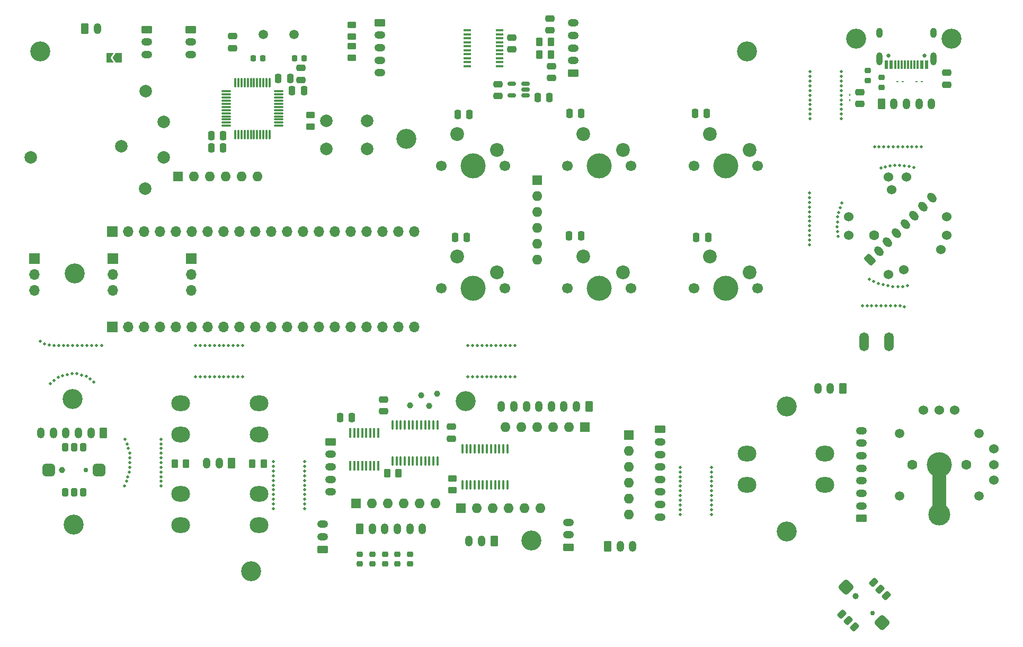
<source format=gts>
%TF.GenerationSoftware,KiCad,Pcbnew,(6.0.9)*%
%TF.CreationDate,2022-11-10T21:34:59+01:00*%
%TF.ProjectId,libre-MIG-rounded,6c696272-652d-44d4-9947-2d726f756e64,v0.1*%
%TF.SameCoordinates,Original*%
%TF.FileFunction,Soldermask,Top*%
%TF.FilePolarity,Negative*%
%FSLAX46Y46*%
G04 Gerber Fmt 4.6, Leading zero omitted, Abs format (unit mm)*
G04 Created by KiCad (PCBNEW (6.0.9)) date 2022-11-10 21:34:59*
%MOMM*%
%LPD*%
G01*
G04 APERTURE LIST*
G04 Aperture macros list*
%AMRoundRect*
0 Rectangle with rounded corners*
0 $1 Rounding radius*
0 $2 $3 $4 $5 $6 $7 $8 $9 X,Y pos of 4 corners*
0 Add a 4 corners polygon primitive as box body*
4,1,4,$2,$3,$4,$5,$6,$7,$8,$9,$2,$3,0*
0 Add four circle primitives for the rounded corners*
1,1,$1+$1,$2,$3*
1,1,$1+$1,$4,$5*
1,1,$1+$1,$6,$7*
1,1,$1+$1,$8,$9*
0 Add four rect primitives between the rounded corners*
20,1,$1+$1,$2,$3,$4,$5,0*
20,1,$1+$1,$4,$5,$6,$7,0*
20,1,$1+$1,$6,$7,$8,$9,0*
20,1,$1+$1,$8,$9,$2,$3,0*%
%AMHorizOval*
0 Thick line with rounded ends*
0 $1 width*
0 $2 $3 position (X,Y) of the first rounded end (center of the circle)*
0 $4 $5 position (X,Y) of the second rounded end (center of the circle)*
0 Add line between two ends*
20,1,$1,$2,$3,$4,$5,0*
0 Add two circle primitives to create the rounded ends*
1,1,$1,$2,$3*
1,1,$1,$4,$5*%
%AMFreePoly0*
4,1,6,1.000000,0.000000,0.500000,-0.750000,-0.500000,-0.750000,-0.500000,0.750000,0.500000,0.750000,1.000000,0.000000,1.000000,0.000000,$1*%
%AMFreePoly1*
4,1,6,0.500000,-0.750000,-0.650000,-0.750000,-0.150000,0.000000,-0.650000,0.750000,0.500000,0.750000,0.500000,-0.750000,0.500000,-0.750000,$1*%
G04 Aperture macros list end*
%ADD10RoundRect,0.250000X-0.262500X-0.450000X0.262500X-0.450000X0.262500X0.450000X-0.262500X0.450000X0*%
%ADD11C,3.200000*%
%ADD12C,0.500000*%
%ADD13RoundRect,0.250000X0.475000X-0.250000X0.475000X0.250000X-0.475000X0.250000X-0.475000X-0.250000X0*%
%ADD14RoundRect,0.250000X-0.475000X0.250000X-0.475000X-0.250000X0.475000X-0.250000X0.475000X0.250000X0*%
%ADD15O,3.000000X2.500000*%
%ADD16RoundRect,0.250000X-0.250000X-0.475000X0.250000X-0.475000X0.250000X0.475000X-0.250000X0.475000X0*%
%ADD17RoundRect,0.250000X-0.450000X0.262500X-0.450000X-0.262500X0.450000X-0.262500X0.450000X0.262500X0*%
%ADD18RoundRect,0.250000X0.625000X-0.350000X0.625000X0.350000X-0.625000X0.350000X-0.625000X-0.350000X0*%
%ADD19O,1.750000X1.200000*%
%ADD20C,1.000000*%
%ADD21RoundRect,0.150000X0.512500X0.150000X-0.512500X0.150000X-0.512500X-0.150000X0.512500X-0.150000X0*%
%ADD22RoundRect,0.250000X0.450000X-0.262500X0.450000X0.262500X-0.450000X0.262500X-0.450000X-0.262500X0*%
%ADD23C,0.650000*%
%ADD24R,0.600000X1.450000*%
%ADD25R,0.300000X1.450000*%
%ADD26O,1.000000X1.600000*%
%ADD27O,1.000000X2.100000*%
%ADD28RoundRect,0.250000X-0.625000X0.350000X-0.625000X-0.350000X0.625000X-0.350000X0.625000X0.350000X0*%
%ADD29R,0.360000X0.250000*%
%ADD30RoundRect,0.250000X0.262500X0.450000X-0.262500X0.450000X-0.262500X-0.450000X0.262500X-0.450000X0*%
%ADD31O,1.500000X3.000000*%
%ADD32R,1.600000X1.600000*%
%ADD33O,1.600000X1.600000*%
%ADD34RoundRect,0.225000X-0.250000X0.225000X-0.250000X-0.225000X0.250000X-0.225000X0.250000X0.225000X0*%
%ADD35RoundRect,0.250000X0.250000X0.475000X-0.250000X0.475000X-0.250000X-0.475000X0.250000X-0.475000X0*%
%ADD36C,2.000000*%
%ADD37R,0.410000X1.600000*%
%ADD38RoundRect,0.225000X-0.225000X-0.250000X0.225000X-0.250000X0.225000X0.250000X-0.225000X0.250000X0*%
%ADD39R,1.700000X1.700000*%
%ADD40O,1.700000X1.700000*%
%ADD41RoundRect,0.250000X-0.350000X-0.625000X0.350000X-0.625000X0.350000X0.625000X-0.350000X0.625000X0*%
%ADD42O,1.200000X1.750000*%
%ADD43R,1.200000X0.400000*%
%ADD44R,0.250000X0.360000*%
%ADD45C,1.500000*%
%ADD46RoundRect,0.500000X-0.500000X0.500000X-0.500000X-0.500000X0.500000X-0.500000X0.500000X0.500000X0*%
%ADD47C,0.750000*%
%ADD48RoundRect,0.250000X-0.250000X0.425000X-0.250000X-0.425000X0.250000X-0.425000X0.250000X0.425000X0*%
%ADD49RoundRect,0.100000X0.100000X-0.637500X0.100000X0.637500X-0.100000X0.637500X-0.100000X-0.637500X0*%
%ADD50RoundRect,0.075000X-0.075000X0.662500X-0.075000X-0.662500X0.075000X-0.662500X0.075000X0.662500X0*%
%ADD51RoundRect,0.075000X-0.662500X0.075000X-0.662500X-0.075000X0.662500X-0.075000X0.662500X0.075000X0*%
%ADD52FreePoly0,180.000000*%
%ADD53FreePoly1,180.000000*%
%ADD54RoundRect,0.500000X0.000000X0.707107X-0.707107X0.000000X0.000000X-0.707107X0.707107X0.000000X0*%
%ADD55RoundRect,0.250000X0.123744X0.477297X-0.477297X-0.123744X-0.123744X-0.477297X0.477297X0.123744X0*%
%ADD56C,1.600000*%
%ADD57C,4.000000*%
%ADD58C,3.500000*%
%ADD59R,2.200000X8.000000*%
%ADD60C,1.524000*%
%ADD61RoundRect,0.250000X0.350000X0.625000X-0.350000X0.625000X-0.350000X-0.625000X0.350000X-0.625000X0*%
%ADD62RoundRect,0.225000X0.225000X0.250000X-0.225000X0.250000X-0.225000X-0.250000X0.225000X-0.250000X0*%
%ADD63C,1.700000*%
%ADD64C,2.200000*%
%ADD65RoundRect,0.250000X0.194454X-0.689429X0.689429X-0.194454X-0.194454X0.689429X-0.689429X0.194454X0*%
%ADD66HorizOval,1.200000X-0.194454X0.194454X0.194454X-0.194454X0*%
G04 APERTURE END LIST*
D10*
%TO.C,R1*%
X203811500Y-109486000D03*
X205636500Y-109486000D03*
%TD*%
D11*
%TO.C,REF\u002A\u002A*%
X182500000Y-125000000D03*
%TD*%
D12*
%TO.C,*%
X143300000Y-178950000D03*
%TD*%
%TO.C,*%
X138200000Y-178200000D03*
%TD*%
D13*
%TO.C,C9*%
X165700000Y-115550000D03*
X165700000Y-113650000D03*
%TD*%
D14*
%TO.C,C2*%
X205740000Y-113362000D03*
X205740000Y-115262000D03*
%TD*%
D13*
%TO.C,C13*%
X197170000Y-118122000D03*
X197170000Y-116222000D03*
%TD*%
D10*
%TO.C,R8*%
X179433500Y-178412000D03*
X181258500Y-178412000D03*
%TD*%
D12*
%TO.C,*%
X143300000Y-175950000D03*
%TD*%
D15*
%TO.C,SW2*%
X146450001Y-172185787D03*
X158950001Y-172185787D03*
X146450001Y-167185787D03*
X158950001Y-167185787D03*
%TD*%
D12*
%TO.C,*%
X246975000Y-135125000D03*
%TD*%
%TO.C,*%
X262850000Y-129375000D03*
%TD*%
D16*
%TO.C,C23*%
X208534000Y-140474000D03*
X210434000Y-140474000D03*
%TD*%
%TO.C,C20*%
X208600000Y-120916000D03*
X210500000Y-120916000D03*
%TD*%
D12*
%TO.C,*%
X251625000Y-136700000D03*
%TD*%
D17*
%TO.C,R7*%
X189900000Y-179236500D03*
X189900000Y-181061500D03*
%TD*%
D11*
%TO.C,REF\u002A\u002A*%
X192043000Y-166900000D03*
%TD*%
D18*
%TO.C,J10*%
X208450000Y-190249000D03*
D19*
X208450000Y-188249000D03*
X208450000Y-186249000D03*
%TD*%
D11*
%TO.C,REF\u002A\u002A*%
X129500000Y-146500000D03*
%TD*%
%TO.C,REF\u002A\u002A*%
X269678000Y-108966000D03*
%TD*%
D12*
%TO.C,*%
X256500000Y-147425000D03*
%TD*%
%TO.C,*%
X125600000Y-164100000D03*
%TD*%
%TO.C,*%
X246975000Y-135875000D03*
%TD*%
%TO.C,*%
X131350000Y-162900000D03*
%TD*%
D16*
%TO.C,C7*%
X162049000Y-115292000D03*
X163949000Y-115292000D03*
%TD*%
D20*
%TO.C,TP5*%
X184900000Y-165949000D03*
%TD*%
D12*
%TO.C,*%
X246975000Y-138875000D03*
%TD*%
%TO.C,*%
X259900000Y-151675000D03*
%TD*%
%TO.C,*%
X246975000Y-139625000D03*
%TD*%
D21*
%TO.C,U5*%
X201609500Y-118056000D03*
X201609500Y-117106000D03*
X201609500Y-116156000D03*
X199334500Y-116156000D03*
X199334500Y-118056000D03*
%TD*%
D22*
%TO.C,R5*%
X173800000Y-108612500D03*
X173800000Y-106787500D03*
%TD*%
D12*
%TO.C,*%
X130700000Y-158000000D03*
%TD*%
%TO.C,*%
X261825000Y-126225000D03*
%TD*%
D23*
%TO.C,P1*%
X265333000Y-111650000D03*
X259553000Y-111650000D03*
D24*
X265693000Y-113095000D03*
X264893000Y-113095000D03*
D25*
X263693000Y-113095000D03*
X262693000Y-113095000D03*
X262193000Y-113095000D03*
X261193000Y-113095000D03*
D24*
X259993000Y-113095000D03*
X259193000Y-113095000D03*
X259193000Y-113095000D03*
X259993000Y-113095000D03*
D25*
X260693000Y-113095000D03*
X261693000Y-113095000D03*
X263193000Y-113095000D03*
X264193000Y-113095000D03*
D24*
X264893000Y-113095000D03*
X265693000Y-113095000D03*
D26*
X258123000Y-108000000D03*
D27*
X266763000Y-112180000D03*
X258123000Y-112180000D03*
D26*
X266763000Y-108000000D03*
%TD*%
D12*
%TO.C,*%
X251400000Y-138225000D03*
%TD*%
D13*
%TO.C,C8*%
X154713000Y-110450000D03*
X154713000Y-108550000D03*
%TD*%
D14*
%TO.C,C15*%
X178902000Y-166613000D03*
X178902000Y-168513000D03*
%TD*%
D28*
%TO.C,J3*%
X141050000Y-107500000D03*
D19*
X141050000Y-109500000D03*
X141050000Y-111500000D03*
%TD*%
D29*
%TO.C,D1*%
X261863000Y-115850000D03*
X261023000Y-115850000D03*
%TD*%
D12*
%TO.C,*%
X258825000Y-126225000D03*
%TD*%
%TO.C,*%
X251425000Y-139775000D03*
%TD*%
%TO.C,*%
X132000000Y-163300000D03*
%TD*%
%TO.C,*%
X132600000Y-163800000D03*
%TD*%
D16*
%TO.C,C12*%
X203520000Y-118376000D03*
X205420000Y-118376000D03*
%TD*%
D11*
%TO.C,REF\u002A\u002A*%
X243303300Y-167700000D03*
%TD*%
D12*
%TO.C,*%
X143300000Y-173700000D03*
%TD*%
%TO.C,*%
X262150000Y-151800000D03*
%TD*%
D30*
%TO.C,R2*%
X205636500Y-111518000D03*
X203811500Y-111518000D03*
%TD*%
D22*
%TO.C,R9*%
X167199000Y-123004500D03*
X167199000Y-121179500D03*
%TD*%
D12*
%TO.C,*%
X246975000Y-141875000D03*
%TD*%
%TO.C,*%
X129200000Y-158000000D03*
%TD*%
%TO.C,*%
X143300000Y-178200000D03*
%TD*%
%TO.C,*%
X258350000Y-129625000D03*
%TD*%
%TO.C,*%
X259825000Y-129275000D03*
%TD*%
%TO.C,*%
X251375000Y-139000000D03*
%TD*%
%TO.C,*%
X133800000Y-158000000D03*
%TD*%
D11*
%TO.C,REF\u002A\u002A*%
X129212779Y-166500000D03*
%TD*%
D12*
%TO.C,*%
X264075000Y-126225000D03*
%TD*%
D31*
%TO.C,SW16*%
X255634000Y-157415870D03*
X259634000Y-157415870D03*
%TD*%
D12*
%TO.C,*%
X260325000Y-126225000D03*
%TD*%
%TO.C,*%
X262575000Y-126225000D03*
%TD*%
%TO.C,*%
X260275000Y-148550000D03*
%TD*%
%TO.C,*%
X138000000Y-178950000D03*
%TD*%
%TO.C,*%
X264825000Y-126225000D03*
%TD*%
D32*
%TO.C,RN6*%
X191268000Y-183977000D03*
D33*
X193808000Y-183977000D03*
X196348000Y-183977000D03*
X198888000Y-183977000D03*
X201428000Y-183977000D03*
X203968000Y-183977000D03*
%TD*%
D12*
%TO.C,*%
X143300000Y-176700000D03*
%TD*%
D34*
%TO.C,FB2*%
X258443000Y-115176000D03*
X258443000Y-116726000D03*
%TD*%
D12*
%TO.C,*%
X143300000Y-175200000D03*
%TD*%
%TO.C,*%
X127700000Y-158000000D03*
%TD*%
D11*
%TO.C,REF\u002A\u002A*%
X157743001Y-194036787D03*
%TD*%
D32*
%TO.C,RN3*%
X211080000Y-171023000D03*
D33*
X208540000Y-171023000D03*
X206000000Y-171023000D03*
X203460000Y-171023000D03*
X200920000Y-171023000D03*
X198380000Y-171023000D03*
%TD*%
D22*
%TO.C,R6*%
X173800000Y-112012500D03*
X173800000Y-110187500D03*
%TD*%
D12*
%TO.C,*%
X143300000Y-180450000D03*
%TD*%
D34*
%TO.C,C39*%
X179093000Y-191350000D03*
X179093000Y-192900000D03*
%TD*%
D12*
%TO.C,*%
X259575000Y-126225000D03*
%TD*%
D34*
%TO.C,C40*%
X181118000Y-191300000D03*
X181118000Y-192850000D03*
%TD*%
D12*
%TO.C,mouse-bite-5mm-slot*%
X247000000Y-118000000D03*
X247000000Y-119500000D03*
X252000000Y-115000000D03*
X252000000Y-117250000D03*
X252000000Y-114250000D03*
X247000000Y-121000000D03*
X247000000Y-117250000D03*
X247000000Y-114250000D03*
X252000000Y-121750000D03*
X247000000Y-115000000D03*
X247000000Y-116500000D03*
X252000000Y-115750000D03*
X247000000Y-121000000D03*
X247000000Y-120250000D03*
X247000000Y-118750000D03*
X247000000Y-115750000D03*
X252000000Y-120250000D03*
X252000000Y-121000000D03*
X252000000Y-121000000D03*
X252000000Y-118750000D03*
X252000000Y-118000000D03*
X247000000Y-121750000D03*
X252000000Y-116500000D03*
X252000000Y-119500000D03*
%TD*%
%TO.C,*%
X252075000Y-135250000D03*
%TD*%
%TO.C,*%
X258400000Y-151675000D03*
%TD*%
D20*
%TO.C,TP6*%
X183149000Y-167512000D03*
%TD*%
D32*
%TO.C,RN1*%
X203454000Y-131584000D03*
D33*
X203454000Y-134124000D03*
X203454000Y-136664000D03*
X203454000Y-139204000D03*
X203454000Y-141744000D03*
X203454000Y-144284000D03*
%TD*%
D12*
%TO.C,*%
X261400000Y-151675000D03*
%TD*%
%TO.C,*%
X263325000Y-126225000D03*
%TD*%
%TO.C,*%
X138300000Y-175200000D03*
%TD*%
%TO.C,*%
X246975000Y-136625000D03*
%TD*%
%TO.C,*%
X137600000Y-173000000D03*
%TD*%
D29*
%TO.C,D2*%
X264023000Y-115850000D03*
X264863000Y-115850000D03*
%TD*%
D12*
%TO.C,*%
X129100000Y-162500000D03*
%TD*%
D13*
%TO.C,C3*%
X205486000Y-107642000D03*
X205486000Y-105742000D03*
%TD*%
D12*
%TO.C,*%
X246975000Y-138125000D03*
%TD*%
%TO.C,*%
X257650000Y-151675000D03*
%TD*%
%TO.C,*%
X126200000Y-163600000D03*
%TD*%
%TO.C,*%
X261325000Y-129200000D03*
%TD*%
D30*
%TO.C,R3*%
X147312501Y-176900001D03*
X145487501Y-176900001D03*
%TD*%
D12*
%TO.C,mouse-bite-5mm-slot*%
X195350000Y-158000000D03*
X194600000Y-163000000D03*
X199850000Y-163000000D03*
X198350000Y-158000000D03*
X193100000Y-163000000D03*
X193850000Y-158000000D03*
X193850000Y-163000000D03*
X193100000Y-158000000D03*
X197600000Y-163000000D03*
X192350000Y-158000000D03*
X194600000Y-158000000D03*
X199100000Y-158000000D03*
X197600000Y-158000000D03*
X192350000Y-163000000D03*
X199850000Y-158000000D03*
X199100000Y-163000000D03*
X196850000Y-163000000D03*
X193100000Y-163000000D03*
X193100000Y-158000000D03*
X198350000Y-163000000D03*
X196850000Y-158000000D03*
X196100000Y-158000000D03*
X195350000Y-163000000D03*
X196100000Y-163000000D03*
%TD*%
D15*
%TO.C,SW1*%
X236934000Y-180255870D03*
X249434000Y-180255870D03*
X249434000Y-175255870D03*
X236934000Y-175255870D03*
%TD*%
D16*
%TO.C,C24*%
X228854000Y-140728000D03*
X230754000Y-140728000D03*
%TD*%
D35*
%TO.C,C6*%
X153250000Y-124434000D03*
X151350000Y-124434000D03*
%TD*%
%TO.C,C4*%
X153250000Y-126400000D03*
X151350000Y-126400000D03*
%TD*%
D12*
%TO.C,*%
X137800000Y-179700000D03*
%TD*%
%TO.C,*%
X262075000Y-129250000D03*
%TD*%
%TO.C,*%
X125450000Y-157900000D03*
%TD*%
%TO.C,*%
X246975000Y-140375000D03*
%TD*%
%TO.C,*%
X261825000Y-148550000D03*
%TD*%
D13*
%TO.C,C1*%
X199390000Y-110690000D03*
X199390000Y-108790000D03*
%TD*%
D28*
%TO.C,J12*%
X223060000Y-171389000D03*
D19*
X223060000Y-173389000D03*
X223060000Y-175389000D03*
X223060000Y-177389000D03*
X223060000Y-179389000D03*
X223060000Y-181389000D03*
X223060000Y-183389000D03*
X223060000Y-185389000D03*
%TD*%
D34*
%TO.C,C41*%
X183143000Y-191325000D03*
X183143000Y-192875000D03*
%TD*%
D32*
%TO.C,RN2*%
X146050000Y-131000000D03*
D33*
X148590000Y-131000000D03*
X151130000Y-131000000D03*
X153670000Y-131000000D03*
X156210000Y-131000000D03*
X158750000Y-131000000D03*
%TD*%
D36*
%TO.C,SW4*%
X176250000Y-126550000D03*
X169750000Y-126550000D03*
X169750000Y-122050000D03*
X176250000Y-122050000D03*
%TD*%
D12*
%TO.C,*%
X258725000Y-148275000D03*
%TD*%
D20*
%TO.C,TP3*%
X187449000Y-165712000D03*
%TD*%
D12*
%TO.C,*%
X263600000Y-129550000D03*
%TD*%
%TO.C,mouse-bite-5mm-slot*%
X151850000Y-163000000D03*
X148850000Y-163000000D03*
X150350000Y-163000000D03*
X149600000Y-163000000D03*
X149600000Y-158000000D03*
X149600000Y-158000000D03*
X153350000Y-158000000D03*
X152600000Y-163000000D03*
X154850000Y-163000000D03*
X154100000Y-158000000D03*
X150350000Y-158000000D03*
X148850000Y-158000000D03*
X154850000Y-158000000D03*
X151100000Y-158000000D03*
X153350000Y-163000000D03*
X155600000Y-158000000D03*
X151850000Y-158000000D03*
X149600000Y-163000000D03*
X152600000Y-158000000D03*
X154100000Y-163000000D03*
X151100000Y-163000000D03*
X156350000Y-163000000D03*
X155600000Y-163000000D03*
X156350000Y-158000000D03*
%TD*%
%TO.C,*%
X257950000Y-148075000D03*
%TD*%
%TO.C,*%
X246975000Y-141125000D03*
%TD*%
D11*
%TO.C,REF\u002A\u002A*%
X237000000Y-111000000D03*
%TD*%
D16*
%TO.C,C21*%
X228666000Y-120916000D03*
X230566000Y-120916000D03*
%TD*%
D12*
%TO.C,mouse-bite-5mm-slot*%
X231300000Y-184200000D03*
X231300000Y-178200000D03*
X231300000Y-178950000D03*
X226300000Y-178200000D03*
X231300000Y-184200000D03*
X231300000Y-177450000D03*
X226300000Y-179700000D03*
X231300000Y-181200000D03*
X226300000Y-184200000D03*
X226300000Y-184200000D03*
X226300000Y-177450000D03*
X226300000Y-183450000D03*
X231300000Y-179700000D03*
X231300000Y-183450000D03*
X231300000Y-182700000D03*
X226300000Y-180450000D03*
X226300000Y-181200000D03*
X226300000Y-182700000D03*
X226300000Y-184950000D03*
X226300000Y-181950000D03*
X231300000Y-180450000D03*
X231300000Y-184950000D03*
X231300000Y-181950000D03*
X226300000Y-178950000D03*
%TD*%
D37*
%TO.C,U6*%
X173551500Y-177233300D03*
X174186500Y-177233300D03*
X174821500Y-177233300D03*
X175456500Y-177233300D03*
X176091500Y-177233300D03*
X176726500Y-177233300D03*
X177361500Y-177233300D03*
X177996500Y-177233300D03*
X177996500Y-171924700D03*
X177361500Y-171924700D03*
X176726500Y-171924700D03*
X176091500Y-171924700D03*
X175456500Y-171924700D03*
X174821500Y-171924700D03*
X174186500Y-171924700D03*
X173551500Y-171924700D03*
%TD*%
D12*
%TO.C,*%
X256150000Y-151675000D03*
%TD*%
D13*
%TO.C,C11*%
X254986000Y-119401000D03*
X254986000Y-117501000D03*
%TD*%
D12*
%TO.C,*%
X138300000Y-175950000D03*
%TD*%
D38*
%TO.C,C18*%
X158036000Y-112110000D03*
X159586000Y-112110000D03*
%TD*%
D12*
%TO.C,*%
X258075000Y-126225000D03*
%TD*%
%TO.C,*%
X260575000Y-129200000D03*
%TD*%
D11*
%TO.C,REF\u002A\u002A*%
X202513000Y-189150000D03*
%TD*%
D39*
%TO.C,J6*%
X135500000Y-139760000D03*
D40*
X138040000Y-139760000D03*
X140580000Y-139760000D03*
X143120000Y-139760000D03*
X145660000Y-139760000D03*
X148200000Y-139760000D03*
X150740000Y-139760000D03*
X153280000Y-139760000D03*
X155820000Y-139760000D03*
X158360000Y-139760000D03*
X160900000Y-139760000D03*
X163440000Y-139760000D03*
X165980000Y-139760000D03*
X168520000Y-139760000D03*
X171060000Y-139760000D03*
X173600000Y-139760000D03*
X176140000Y-139760000D03*
X178680000Y-139760000D03*
X181220000Y-139760000D03*
X183760000Y-139760000D03*
%TD*%
D41*
%TO.C,J9*%
X214700000Y-190049000D03*
D42*
X216700000Y-190049000D03*
X218700000Y-190049000D03*
%TD*%
D12*
%TO.C,*%
X126900000Y-163100000D03*
%TD*%
%TO.C,*%
X128450000Y-158000000D03*
%TD*%
D11*
%TO.C,REF\u002A\u002A*%
X254428000Y-108966000D03*
%TD*%
D28*
%TO.C,J13*%
X170399000Y-173373000D03*
D19*
X170399000Y-175373000D03*
X170399000Y-177373000D03*
X170399000Y-179373000D03*
X170399000Y-181373000D03*
%TD*%
D12*
%TO.C,*%
X262575000Y-148450000D03*
%TD*%
D43*
%TO.C,U4*%
X192218000Y-107644500D03*
X192218000Y-108279500D03*
X192218000Y-108914500D03*
X192218000Y-109549500D03*
X192218000Y-110184500D03*
X192218000Y-110819500D03*
X192218000Y-111454500D03*
X192218000Y-112089500D03*
X192218000Y-112724500D03*
X192218000Y-113359500D03*
X197418000Y-113359500D03*
X197418000Y-112724500D03*
X197418000Y-112089500D03*
X197418000Y-111454500D03*
X197418000Y-110819500D03*
X197418000Y-110184500D03*
X197418000Y-109549500D03*
X197418000Y-108914500D03*
X197418000Y-108279500D03*
X197418000Y-107644500D03*
%TD*%
D44*
%TO.C,D3*%
X253386000Y-118771000D03*
X253386000Y-117931000D03*
%TD*%
D34*
%TO.C,C37*%
X175043000Y-191325000D03*
X175043000Y-192875000D03*
%TD*%
%TO.C,C38*%
X177068000Y-191325000D03*
X177068000Y-192875000D03*
%TD*%
D45*
%TO.C,Y1*%
X159663000Y-108300000D03*
X164543000Y-108300000D03*
%TD*%
D12*
%TO.C,*%
X261050000Y-148575000D03*
%TD*%
D16*
%TO.C,C5*%
X164250000Y-117300000D03*
X166150000Y-117300000D03*
%TD*%
D10*
%TO.C,R4*%
X157887501Y-176900001D03*
X159712501Y-176900001D03*
%TD*%
D12*
%TO.C,*%
X259075000Y-129425000D03*
%TD*%
%TO.C,*%
X126200000Y-158000000D03*
%TD*%
%TO.C,*%
X131450000Y-158000000D03*
%TD*%
D14*
%TO.C,C10*%
X268886000Y-114401000D03*
X268886000Y-116301000D03*
%TD*%
D12*
%TO.C,*%
X138300000Y-177450000D03*
%TD*%
D39*
%TO.C,J7*%
X135500000Y-155000000D03*
D40*
X138040000Y-155000000D03*
X140580000Y-155000000D03*
X143120000Y-155000000D03*
X145660000Y-155000000D03*
X148200000Y-155000000D03*
X150740000Y-155000000D03*
X153280000Y-155000000D03*
X155820000Y-155000000D03*
X158360000Y-155000000D03*
X160900000Y-155000000D03*
X163440000Y-155000000D03*
X165980000Y-155000000D03*
X168520000Y-155000000D03*
X171060000Y-155000000D03*
X173600000Y-155000000D03*
X176140000Y-155000000D03*
X178680000Y-155000000D03*
X181220000Y-155000000D03*
X183760000Y-155000000D03*
%TD*%
D13*
%TO.C,C14*%
X189743000Y-172850000D03*
X189743000Y-170950000D03*
%TD*%
D18*
%TO.C,J14*%
X169128000Y-190549000D03*
D19*
X169128000Y-188549000D03*
X169128000Y-186549000D03*
%TD*%
D20*
%TO.C,TP4*%
X186149000Y-167612000D03*
%TD*%
D12*
%TO.C,*%
X246975000Y-133575000D03*
%TD*%
%TO.C,*%
X251525000Y-140550000D03*
%TD*%
%TO.C,*%
X260650000Y-151675000D03*
%TD*%
%TO.C,*%
X259500000Y-148450000D03*
%TD*%
%TO.C,*%
X127600000Y-162800000D03*
%TD*%
%TO.C,*%
X128350000Y-162600000D03*
%TD*%
%TO.C,*%
X130600000Y-162700000D03*
%TD*%
%TO.C,*%
X124000000Y-157300000D03*
%TD*%
%TO.C,*%
X261075000Y-126225000D03*
%TD*%
%TO.C,mouse-bite-5mm-slot*%
X161300000Y-181050000D03*
X161300000Y-176550000D03*
X166300000Y-182550000D03*
X166300000Y-181050000D03*
X166300000Y-183300000D03*
X166300000Y-178800000D03*
X166300000Y-178050000D03*
X166300000Y-176550000D03*
X166300000Y-181800000D03*
X161300000Y-180300000D03*
X161300000Y-182550000D03*
X161300000Y-178800000D03*
X161300000Y-177300000D03*
X161300000Y-183300000D03*
X161300000Y-178050000D03*
X166300000Y-183300000D03*
X161300000Y-183300000D03*
X166300000Y-180300000D03*
X166300000Y-184050000D03*
X161300000Y-181800000D03*
X161300000Y-184050000D03*
X166300000Y-179550000D03*
X166300000Y-177300000D03*
X161300000Y-179550000D03*
%TD*%
D20*
%TO.C,SW18*%
X127505696Y-177848368D03*
D46*
X125355696Y-177848368D03*
D47*
X131305696Y-177848368D03*
D46*
X133455696Y-177848368D03*
D48*
X130855696Y-174273368D03*
X129405696Y-174273368D03*
X127955696Y-174273368D03*
X130855696Y-181423368D03*
X129405696Y-181423368D03*
X127955696Y-181423368D03*
%TD*%
D11*
%TO.C,REF\u002A\u002A*%
X243308300Y-187700000D03*
%TD*%
D12*
%TO.C,*%
X138100000Y-174450000D03*
%TD*%
%TO.C,*%
X255400000Y-151675000D03*
%TD*%
D35*
%TO.C,C16*%
X173799000Y-169512000D03*
X171899000Y-169512000D03*
%TD*%
D49*
%TO.C,U3*%
X180327000Y-176425500D03*
X180977000Y-176425500D03*
X181627000Y-176425500D03*
X182277000Y-176425500D03*
X182927000Y-176425500D03*
X183577000Y-176425500D03*
X184227000Y-176425500D03*
X184877000Y-176425500D03*
X185527000Y-176425500D03*
X186177000Y-176425500D03*
X186827000Y-176425500D03*
X187477000Y-176425500D03*
X187477000Y-170700500D03*
X186827000Y-170700500D03*
X186177000Y-170700500D03*
X185527000Y-170700500D03*
X184877000Y-170700500D03*
X184227000Y-170700500D03*
X183577000Y-170700500D03*
X182927000Y-170700500D03*
X182277000Y-170700500D03*
X181627000Y-170700500D03*
X180977000Y-170700500D03*
X180327000Y-170700500D03*
%TD*%
D12*
%TO.C,*%
X137500000Y-180400000D03*
%TD*%
%TO.C,*%
X132950000Y-158000000D03*
%TD*%
%TO.C,*%
X138300000Y-176700000D03*
%TD*%
D18*
%TO.C,J4*%
X209157000Y-114449000D03*
D19*
X209157000Y-112449000D03*
X209157000Y-110449000D03*
X209157000Y-108449000D03*
X209157000Y-106449000D03*
%TD*%
D50*
%TO.C,U1*%
X160677000Y-115953500D03*
X160177000Y-115953500D03*
X159677000Y-115953500D03*
X159177000Y-115953500D03*
X158677000Y-115953500D03*
X158177000Y-115953500D03*
X157677000Y-115953500D03*
X157177000Y-115953500D03*
X156677000Y-115953500D03*
X156177000Y-115953500D03*
X155677000Y-115953500D03*
X155177000Y-115953500D03*
D51*
X153764500Y-117366000D03*
X153764500Y-117866000D03*
X153764500Y-118366000D03*
X153764500Y-118866000D03*
X153764500Y-119366000D03*
X153764500Y-119866000D03*
X153764500Y-120366000D03*
X153764500Y-120866000D03*
X153764500Y-121366000D03*
X153764500Y-121866000D03*
X153764500Y-122366000D03*
X153764500Y-122866000D03*
D50*
X155177000Y-124278500D03*
X155677000Y-124278500D03*
X156177000Y-124278500D03*
X156677000Y-124278500D03*
X157177000Y-124278500D03*
X157677000Y-124278500D03*
X158177000Y-124278500D03*
X158677000Y-124278500D03*
X159177000Y-124278500D03*
X159677000Y-124278500D03*
X160177000Y-124278500D03*
X160677000Y-124278500D03*
D51*
X162089500Y-122866000D03*
X162089500Y-122366000D03*
X162089500Y-121866000D03*
X162089500Y-121366000D03*
X162089500Y-120866000D03*
X162089500Y-120366000D03*
X162089500Y-119866000D03*
X162089500Y-119366000D03*
X162089500Y-118866000D03*
X162089500Y-118366000D03*
X162089500Y-117866000D03*
X162089500Y-117366000D03*
%TD*%
D12*
%TO.C,*%
X257325000Y-126225000D03*
%TD*%
%TO.C,*%
X129850000Y-162500000D03*
%TD*%
%TO.C,*%
X143300000Y-177450000D03*
%TD*%
D11*
%TO.C,REF\u002A\u002A*%
X124000000Y-111000000D03*
%TD*%
D52*
%TO.C,JP1*%
X136525000Y-112000000D03*
D53*
X135075000Y-112000000D03*
%TD*%
D12*
%TO.C,*%
X246975000Y-134375000D03*
%TD*%
D47*
%TO.C,SW17*%
X257027503Y-200759373D03*
D20*
X254340497Y-198072367D03*
D54*
X252820218Y-196552088D03*
X258547782Y-202279652D03*
D55*
X259237212Y-197913268D03*
X258211907Y-196887963D03*
X257186602Y-195862658D03*
X254181398Y-202969082D03*
X253156093Y-201943777D03*
X252130788Y-200918472D03*
%TD*%
D35*
%TO.C,C22*%
X192207000Y-140749000D03*
X190307000Y-140749000D03*
%TD*%
D12*
%TO.C,*%
X251825000Y-135975000D03*
%TD*%
D35*
%TO.C,C19*%
X192607000Y-121049000D03*
X190707000Y-121049000D03*
%TD*%
D12*
%TO.C,*%
X143300000Y-179700000D03*
%TD*%
D11*
%TO.C,REF\u002A\u002A*%
X129312779Y-186600000D03*
%TD*%
D12*
%TO.C,*%
X143300000Y-172950000D03*
%TD*%
D41*
%TO.C,J15*%
X175092000Y-187237000D03*
D42*
X177092000Y-187237000D03*
X179092000Y-187237000D03*
X181092000Y-187237000D03*
X183092000Y-187237000D03*
X185092000Y-187237000D03*
%TD*%
D15*
%TO.C,SW3*%
X146450001Y-186700001D03*
X158950001Y-186700001D03*
X146450001Y-181700001D03*
X158950001Y-181700001D03*
%TD*%
D12*
%TO.C,*%
X259150000Y-151675000D03*
%TD*%
%TO.C,*%
X126950000Y-158000000D03*
%TD*%
%TO.C,*%
X143300000Y-174450000D03*
%TD*%
D32*
%TO.C,RN4*%
X218043000Y-172293000D03*
D33*
X218043000Y-174833000D03*
X218043000Y-177373000D03*
X218043000Y-179913000D03*
X218043000Y-182453000D03*
X218043000Y-184993000D03*
%TD*%
D34*
%TO.C,FB1*%
X256286000Y-114076000D03*
X256286000Y-115626000D03*
%TD*%
D49*
%TO.C,U2*%
X191503000Y-180235500D03*
X192153000Y-180235500D03*
X192803000Y-180235500D03*
X193453000Y-180235500D03*
X194103000Y-180235500D03*
X194753000Y-180235500D03*
X195403000Y-180235500D03*
X196053000Y-180235500D03*
X196703000Y-180235500D03*
X197353000Y-180235500D03*
X198003000Y-180235500D03*
X198653000Y-180235500D03*
X198653000Y-174510500D03*
X198003000Y-174510500D03*
X197353000Y-174510500D03*
X196703000Y-174510500D03*
X196053000Y-174510500D03*
X195403000Y-174510500D03*
X194753000Y-174510500D03*
X194103000Y-174510500D03*
X193453000Y-174510500D03*
X192803000Y-174510500D03*
X192153000Y-174510500D03*
X191503000Y-174510500D03*
%TD*%
D56*
%TO.C,VR1*%
X263384000Y-177015870D03*
D57*
X267684000Y-177015870D03*
D58*
X267684000Y-185015870D03*
D45*
X261359000Y-172015870D03*
X274009000Y-182015870D03*
X261359000Y-182015870D03*
D59*
X267684000Y-181015870D03*
D45*
X274009000Y-172015870D03*
D56*
X271984000Y-177015870D03*
D60*
X265184000Y-168285870D03*
X267684000Y-168285870D03*
X270184000Y-168285870D03*
X276414000Y-174515870D03*
X276414000Y-177015870D03*
X276414000Y-179515870D03*
%TD*%
D12*
%TO.C,*%
X132200000Y-158000000D03*
%TD*%
%TO.C,*%
X251475000Y-137450000D03*
%TD*%
%TO.C,*%
X256900000Y-151675000D03*
%TD*%
D32*
%TO.C,RN5*%
X174504000Y-183215000D03*
D33*
X177044000Y-183215000D03*
X179584000Y-183215000D03*
X182124000Y-183215000D03*
X184664000Y-183215000D03*
X187204000Y-183215000D03*
%TD*%
D41*
%TO.C,J16*%
X131157000Y-107349000D03*
D42*
X133157000Y-107349000D03*
%TD*%
D61*
%TO.C,J8*%
X196543000Y-189250000D03*
D42*
X194543000Y-189250000D03*
X192543000Y-189250000D03*
%TD*%
D12*
%TO.C,*%
X257200000Y-147775000D03*
%TD*%
D56*
%TO.C,SW15*%
X257250205Y-140374205D03*
D60*
X259550205Y-146674205D03*
X268850205Y-140374205D03*
X262450205Y-131074205D03*
X253250205Y-137374205D03*
X262050205Y-145874205D03*
X260050205Y-133094205D03*
X253250205Y-140374205D03*
X268850205Y-137374205D03*
X259550205Y-131074205D03*
X267910205Y-142624205D03*
%TD*%
D12*
%TO.C,*%
X246975000Y-137375000D03*
%TD*%
D28*
%TO.C,J2*%
X148050000Y-107500000D03*
D19*
X148050000Y-109500000D03*
X148050000Y-111500000D03*
%TD*%
D62*
%TO.C,C17*%
X166190000Y-112110000D03*
X164640000Y-112110000D03*
%TD*%
D12*
%TO.C,*%
X137900000Y-173700000D03*
%TD*%
%TO.C,*%
X129950000Y-158000000D03*
%TD*%
D41*
%TO.C,J5*%
X258443000Y-119400000D03*
D42*
X260443000Y-119400000D03*
X262443000Y-119400000D03*
X264443000Y-119400000D03*
X266443000Y-119400000D03*
%TD*%
D12*
%TO.C,*%
X124700000Y-157700000D03*
%TD*%
D28*
%TO.C,J1*%
X178300000Y-106400000D03*
D19*
X178300000Y-108400000D03*
X178300000Y-110400000D03*
X178300000Y-112400000D03*
X178300000Y-114400000D03*
%TD*%
D63*
%TO.C,SW12*%
X218440000Y-148856000D03*
D57*
X213360000Y-148856000D03*
D63*
X208280000Y-148856000D03*
D64*
X210820000Y-143776000D03*
X217170000Y-146316000D03*
%TD*%
D63*
%TO.C,SW8*%
X188080000Y-129298000D03*
D57*
X193160000Y-129298000D03*
D63*
X198240000Y-129298000D03*
D64*
X190620000Y-124218000D03*
X196970000Y-126758000D03*
%TD*%
D65*
%TO.C,J21*%
X256589367Y-144288861D03*
D66*
X258003581Y-142874647D03*
X259417794Y-141460434D03*
X260832008Y-140046220D03*
X262246221Y-138632007D03*
X263660435Y-137217793D03*
X265074648Y-135803580D03*
X266488862Y-134389366D03*
%TD*%
D61*
%TO.C,J11*%
X211700000Y-167749000D03*
D42*
X209700000Y-167749000D03*
X207700000Y-167749000D03*
X205700000Y-167749000D03*
X203700000Y-167749000D03*
X201700000Y-167749000D03*
X199700000Y-167749000D03*
X197700000Y-167749000D03*
%TD*%
D63*
%TO.C,SW9*%
X208280000Y-129298000D03*
D57*
X213360000Y-129298000D03*
D63*
X218440000Y-129298000D03*
D64*
X210820000Y-124218000D03*
X217170000Y-126758000D03*
%TD*%
D18*
%TO.C,J19*%
X255265000Y-185600870D03*
D19*
X255265000Y-183600870D03*
X255265000Y-181600870D03*
X255265000Y-179600870D03*
X255265000Y-177600870D03*
X255265000Y-175600870D03*
X255265000Y-173600870D03*
X255265000Y-171600870D03*
%TD*%
D36*
%TO.C,SW14*%
X122475000Y-127936000D03*
X136964000Y-126121000D03*
X140800000Y-132886000D03*
X143725000Y-127936000D03*
X143725000Y-122236000D03*
X140870000Y-117306000D03*
%TD*%
D61*
%TO.C,J17*%
X134105696Y-171948368D03*
D42*
X132105696Y-171948368D03*
X130105696Y-171948368D03*
X128105696Y-171948368D03*
X126105696Y-171948368D03*
X124105696Y-171948368D03*
%TD*%
D63*
%TO.C,SW13*%
X238640000Y-148856000D03*
D57*
X233560000Y-148856000D03*
D63*
X228480000Y-148856000D03*
D64*
X231020000Y-143776000D03*
X237370000Y-146316000D03*
%TD*%
D39*
%TO.C,SW5*%
X123100000Y-144075000D03*
D40*
X123100000Y-146615000D03*
X123100000Y-149155000D03*
%TD*%
D39*
%TO.C,SW7*%
X148181000Y-144075000D03*
D40*
X148181000Y-146615000D03*
X148181000Y-149155000D03*
%TD*%
D61*
%TO.C,J20*%
X252275000Y-164842870D03*
D42*
X250275000Y-164842870D03*
X248275000Y-164842870D03*
%TD*%
D63*
%TO.C,SW10*%
X238640000Y-129298000D03*
X228480000Y-129298000D03*
D57*
X233560000Y-129298000D03*
D64*
X231020000Y-124218000D03*
X237370000Y-126758000D03*
%TD*%
D63*
%TO.C,SW11*%
X198240000Y-148856000D03*
D57*
X193160000Y-148856000D03*
D63*
X188080000Y-148856000D03*
D64*
X190620000Y-143776000D03*
X196970000Y-146316000D03*
%TD*%
D39*
%TO.C,SW6*%
X135640500Y-144075000D03*
D40*
X135640500Y-146615000D03*
X135640500Y-149155000D03*
%TD*%
D61*
%TO.C,J18*%
X154600001Y-176800001D03*
D42*
X152600001Y-176800001D03*
X150600001Y-176800001D03*
%TD*%
M02*

</source>
